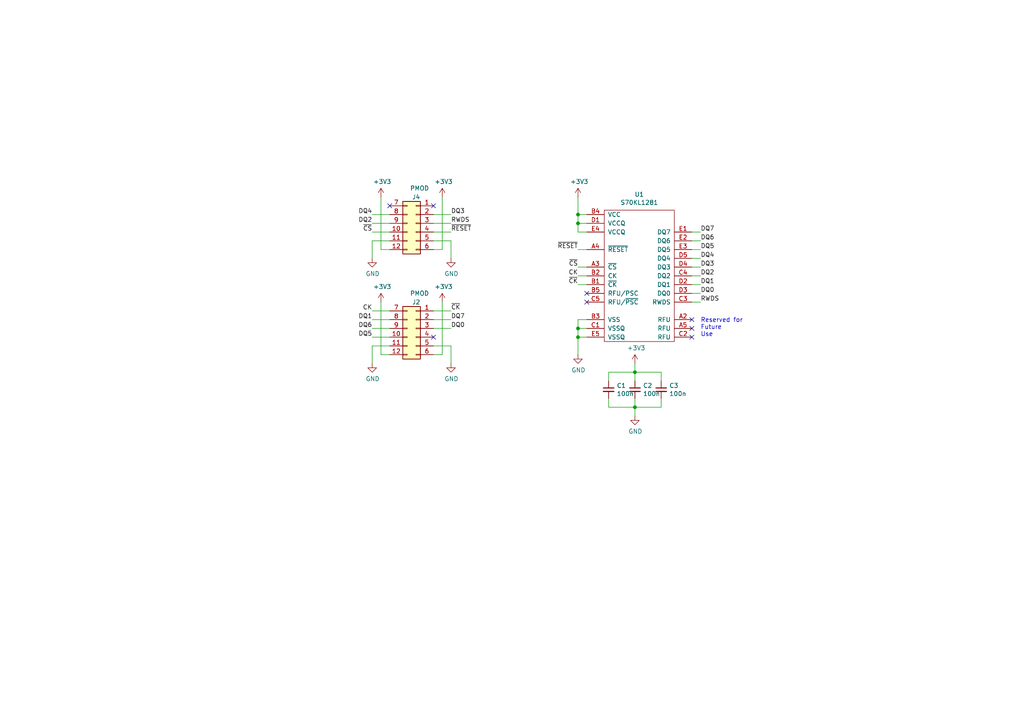
<source format=kicad_sch>
(kicad_sch (version 20230121) (generator eeschema)
  (paper "A4")
  (title_block (title "iCEBreaker PMOD - Hyperram") (rev "V1.0a") (company "1BitSquared") (comment 1 "2018 (C) 1BitSquared <info@1bitsquared.com>") (comment 2 "2018 (C) Piotr Esden-Tempski <piotr@esden.net>") (comment 3 "License: CC-BY-SA 4.0"))
  (lib_symbols
    (symbol "Connector_Generic:Conn_02x06_Top_Bottom" (pin_names (offset 1.016) hide)
      (property "Reference" "J" (at 1.27 7.62 0))
      (property "Value" "Conn_02x06_Top_Bottom" (at 1.27 -10.16 0))
      (symbol "Conn_02x06_Top_Bottom_1_1"
        (rectangle (start -1.27 -7.493) (end 0 -7.747) (stroke (width 0.1524)))
        (rectangle (start -1.27 -4.953) (end 0 -5.207) (stroke (width 0.1524)))
        (rectangle (start -1.27 -2.413) (end 0 -2.667) (stroke (width 0.1524)))
        (rectangle (start -1.27 0.127) (end 0 -0.127) (stroke (width 0.1524)))
        (rectangle (start -1.27 2.667) (end 0 2.413) (stroke (width 0.1524)))
        (rectangle (start -1.27 5.207) (end 0 4.953) (stroke (width 0.1524)))
        (rectangle (start -1.27 6.35) (end 3.81 -8.89) (stroke (width 0.254)) (fill (type background)))
        (rectangle (start 3.81 -7.493) (end 2.54 -7.747) (stroke (width 0.1524)))
        (rectangle (start 3.81 -4.953) (end 2.54 -5.207) (stroke (width 0.1524)))
        (rectangle (start 3.81 -2.413) (end 2.54 -2.667) (stroke (width 0.1524)))
        (rectangle (start 3.81 0.127) (end 2.54 -0.127) (stroke (width 0.1524)))
        (rectangle (start 3.81 2.667) (end 2.54 2.413) (stroke (width 0.1524)))
        (rectangle (start 3.81 5.207) (end 2.54 4.953) (stroke (width 0.1524)))
        (pin passive line (at -5.08 5.08 0) (length 3.81) (name "Pin_1") (number "1"))
        (pin passive line (at 7.62 -2.54 180) (length 3.81) (name "Pin_10") (number "10"))
        (pin passive line (at 7.62 -5.08 180) (length 3.81) (name "Pin_11") (number "11"))
        (pin passive line (at 7.62 -7.62 180) (length 3.81) (name "Pin_12") (number "12"))
        (pin passive line (at -5.08 2.54 0) (length 3.81) (name "Pin_2") (number "2"))
        (pin passive line (at -5.08 0 0) (length 3.81) (name "Pin_3") (number "3"))
        (pin passive line (at -5.08 -2.54 0) (length 3.81) (name "Pin_4") (number "4"))
        (pin passive line (at -5.08 -5.08 0) (length 3.81) (name "Pin_5") (number "5"))
        (pin passive line (at -5.08 -7.62 0) (length 3.81) (name "Pin_6") (number "6"))
        (pin passive line (at 7.62 5.08 180) (length 3.81) (name "Pin_7") (number "7"))
        (pin passive line (at 7.62 2.54 180) (length 3.81) (name "Pin_8") (number "8"))
        (pin passive line (at 7.62 0 180) (length 3.81) (name "Pin_9") (number "9"))
      )
    )
    (symbol "ibp-hyperram-rescue:S70KL1281-pkl_memory" (pin_names (offset 1.016))
      (property "Reference" "U" (at 0 20.32 0))
      (property "Value" "pkl_memory:S70KL1281" (at 0 -20.32 0))
      (symbol "S70KL1281-pkl_memory_0_1"
        (rectangle (start -10.16 19.05) (end 10.16 -19.05))
      )
      (symbol "S70KL1281-pkl_memory_1_1"
        (pin passive line (at 15.24 -12.7 180) (length 5.08) (name "RFU") (number "A2"))
        (pin input line (at -15.24 2.54 0) (length 5.08) (name "~{CS}") (number "A3"))
        (pin input line (at -15.24 7.62 0) (length 5.08) (name "~{RESET}") (number "A4"))
        (pin passive line (at 15.24 -15.24 180) (length 5.08) (name "RFU") (number "A5"))
        (pin input line (at -15.24 -2.54 0) (length 5.08) (name "~{CK}") (number "B1"))
        (pin input line (at -15.24 0 0) (length 5.08) (name "CK") (number "B2"))
        (pin power_in line (at -15.24 -12.7 0) (length 5.08) (name "VSS") (number "B3"))
        (pin power_in line (at -15.24 17.78 0) (length 5.08) (name "VCC") (number "B4"))
        (pin input line (at -15.24 -5.08 0) (length 5.08) (name "RFU/PSC") (number "B5"))
        (pin power_in line (at -15.24 -15.24 0) (length 5.08) (name "VSSQ") (number "C1"))
        (pin passive line (at 15.24 -17.78 180) (length 5.08) (name "RFU") (number "C2"))
        (pin bidirectional line (at 15.24 -7.62 180) (length 5.08) (name "RWDS") (number "C3"))
        (pin bidirectional line (at 15.24 0 180) (length 5.08) (name "DQ2") (number "C4"))
        (pin input line (at -15.24 -7.62 0) (length 5.08) (name "RFU/~{PSC}") (number "C5"))
        (pin power_in line (at -15.24 15.24 0) (length 5.08) (name "VCCQ") (number "D1"))
        (pin bidirectional line (at 15.24 -2.54 180) (length 5.08) (name "DQ1") (number "D2"))
        (pin bidirectional line (at 15.24 -5.08 180) (length 5.08) (name "DQ0") (number "D3"))
        (pin bidirectional line (at 15.24 2.54 180) (length 5.08) (name "DQ3") (number "D4"))
        (pin bidirectional line (at 15.24 5.08 180) (length 5.08) (name "DQ4") (number "D5"))
        (pin bidirectional line (at 15.24 12.7 180) (length 5.08) (name "DQ7") (number "E1"))
        (pin bidirectional line (at 15.24 10.16 180) (length 5.08) (name "DQ6") (number "E2"))
        (pin bidirectional line (at 15.24 7.62 180) (length 5.08) (name "DQ5") (number "E3"))
        (pin power_in line (at -15.24 12.7 0) (length 5.08) (name "VCCQ") (number "E4"))
        (pin power_in line (at -15.24 -17.78 0) (length 5.08) (name "VSSQ") (number "E5"))
      )
    )
    (symbol "ibp-hyperram-rescue:pkl_C_Small-pkl_device" (pin_numbers hide) (pin_names (offset 0.254) hide)
      (property "Reference" "C" (at 0.254 1.778 0))
      (property "Value" "pkl_device:pkl_C_Small" (at 0.254 -2.032 0))
      (symbol "pkl_C_Small-pkl_device_0_1"
        (polyline (pts (xy -1.524 -0.508) (xy 1.524 -0.508)) (stroke (width 0.3302)))
        (polyline (pts (xy -1.524 0.508) (xy 1.524 0.508)) (stroke (width 0.3048)))
      )
      (symbol "pkl_C_Small-pkl_device_1_1"
        (pin passive line (at 0 2.54 270) (length 1.905) (name "~") (number "1"))
        (pin passive line (at 0 -2.54 90) (length 2.032) (name "~") (number "2"))
      )
    )
    (symbol "power:+3V3" (power) (pin_names (offset 0))
      (property "Value" "+3V3" (at 0 3.556 0))
      (symbol "+3V3_0_1"
        (polyline (pts (xy -0.762 1.27) (xy 0 2.54)))
        (polyline (pts (xy 0 0) (xy 0 2.54)))
        (polyline (pts (xy 0 2.54) (xy 0.762 1.27)))
      )
      (symbol "+3V3_1_1"
        (pin power_in line (at 0 0 90) (length 0) hide (name "+3V3") (number "1"))
      )
    )
    (symbol "power:GND" (power) (pin_names (offset 0))
      (property "Value" "GND" (at 0 -3.81 0))
      (symbol "GND_0_1"
        (polyline (pts (xy 0 0) (xy 0 -1.27) (xy 1.27 -1.27) (xy 0 -2.54) (xy -1.27 -1.27) (xy 0 -1.27)))
      )
      (symbol "GND_1_1"
        (pin power_in line (at 0 0 270) (length 0) hide (name "GND") (number "1"))
      )
    )
  )
  (junction (at 167.64 62.23))
  (junction (at 184.15 107.95))
  (junction (at 167.64 95.25))
  (junction (at 167.64 97.79))
  (junction (at 167.64 64.77))
  (junction (at 184.15 118.11))
  (no_connect (at 125.73 59.69))
  (no_connect (at 113.03 59.69))
  (no_connect (at 170.18 85.09))
  (no_connect (at 200.66 92.71))
  (no_connect (at 200.66 97.79))
  (no_connect (at 200.66 95.25))
  (no_connect (at 170.18 87.63))
  (no_connect (at 125.73 97.79))
  (wire (pts (xy 125.73 100.33) (xy 130.81 100.33)))
  (wire (pts (xy 184.15 107.95) (xy 191.77 107.95)))
  (wire (pts (xy 200.66 87.63) (xy 203.2 87.63)))
  (wire (pts (xy 110.49 72.39) (xy 110.49 57.15)))
  (wire (pts (xy 191.77 118.11) (xy 191.77 115.57)))
  (wire (pts (xy 170.18 97.79) (xy 167.64 97.79)))
  (wire (pts (xy 113.03 62.23) (xy 107.95 62.23)))
  (wire (pts (xy 200.66 67.31) (xy 203.2 67.31)))
  (wire (pts (xy 167.64 92.71) (xy 167.64 95.25)))
  (wire (pts (xy 113.03 90.17) (xy 107.95 90.17)))
  (wire (pts (xy 184.15 115.57) (xy 184.15 118.11)))
  (wire (pts (xy 170.18 77.47) (xy 167.64 77.47)))
  (wire (pts (xy 107.95 100.33) (xy 107.95 105.41)))
  (wire (pts (xy 125.73 67.31) (xy 130.81 67.31)))
  (wire (pts (xy 130.81 69.85) (xy 130.81 74.93)))
  (wire (pts (xy 200.66 69.85) (xy 203.2 69.85)))
  (wire (pts (xy 113.03 69.85) (xy 107.95 69.85)))
  (wire (pts (xy 170.18 62.23) (xy 167.64 62.23)))
  (wire (pts (xy 113.03 95.25) (xy 107.95 95.25)))
  (wire (pts (xy 167.64 95.25) (xy 167.64 97.79)))
  (wire (pts (xy 200.66 72.39) (xy 203.2 72.39)))
  (wire (pts (xy 113.03 100.33) (xy 107.95 100.33)))
  (wire (pts (xy 167.64 97.79) (xy 167.64 102.87)))
  (wire (pts (xy 200.66 77.47) (xy 203.2 77.47)))
  (wire (pts (xy 128.27 102.87) (xy 128.27 87.63)))
  (wire (pts (xy 170.18 67.31) (xy 167.64 67.31)))
  (wire (pts (xy 113.03 102.87) (xy 110.49 102.87)))
  (wire (pts (xy 170.18 72.39) (xy 167.64 72.39)))
  (wire (pts (xy 113.03 64.77) (xy 107.95 64.77)))
  (wire (pts (xy 176.53 115.57) (xy 176.53 118.11)))
  (wire (pts (xy 113.03 97.79) (xy 107.95 97.79)))
  (wire (pts (xy 176.53 107.95) (xy 184.15 107.95)))
  (wire (pts (xy 170.18 64.77) (xy 167.64 64.77)))
  (wire (pts (xy 184.15 118.11) (xy 184.15 120.65)))
  (wire (pts (xy 176.53 110.49) (xy 176.53 107.95)))
  (wire (pts (xy 200.66 74.93) (xy 203.2 74.93)))
  (wire (pts (xy 200.66 82.55) (xy 203.2 82.55)))
  (wire (pts (xy 110.49 102.87) (xy 110.49 87.63)))
  (wire (pts (xy 125.73 95.25) (xy 130.81 95.25)))
  (wire (pts (xy 184.15 118.11) (xy 191.77 118.11)))
  (wire (pts (xy 125.73 90.17) (xy 130.81 90.17)))
  (wire (pts (xy 125.73 69.85) (xy 130.81 69.85)))
  (wire (pts (xy 200.66 80.01) (xy 203.2 80.01)))
  (wire (pts (xy 113.03 92.71) (xy 107.95 92.71)))
  (wire (pts (xy 125.73 64.77) (xy 130.81 64.77)))
  (wire (pts (xy 128.27 72.39) (xy 128.27 57.15)))
  (wire (pts (xy 170.18 92.71) (xy 167.64 92.71)))
  (wire (pts (xy 113.03 67.31) (xy 107.95 67.31)))
  (wire (pts (xy 167.64 67.31) (xy 167.64 64.77)))
  (wire (pts (xy 170.18 82.55) (xy 167.64 82.55)))
  (wire (pts (xy 176.53 118.11) (xy 184.15 118.11)))
  (wire (pts (xy 125.73 102.87) (xy 128.27 102.87)))
  (wire (pts (xy 170.18 95.25) (xy 167.64 95.25)))
  (wire (pts (xy 200.66 85.09) (xy 203.2 85.09)))
  (wire (pts (xy 170.18 80.01) (xy 167.64 80.01)))
  (wire (pts (xy 167.64 62.23) (xy 167.64 57.15)))
  (wire (pts (xy 167.64 64.77) (xy 167.64 62.23)))
  (wire (pts (xy 125.73 72.39) (xy 128.27 72.39)))
  (wire (pts (xy 125.73 62.23) (xy 130.81 62.23)))
  (wire (pts (xy 125.73 92.71) (xy 130.81 92.71)))
  (wire (pts (xy 191.77 107.95) (xy 191.77 110.49)))
  (wire (pts (xy 113.03 72.39) (xy 110.49 72.39)))
  (wire (pts (xy 184.15 110.49) (xy 184.15 107.95)))
  (wire (pts (xy 130.81 100.33) (xy 130.81 105.41)))
  (wire (pts (xy 107.95 69.85) (xy 107.95 74.93)))
  (wire (pts (xy 184.15 107.95) (xy 184.15 105.41)))
  (text "Reserved for\nFuture\nUse" (at 203.2 97.79 0) (effects (font (size 1.27 1.27)) (justify left bottom)))
  (label "DQ6" (at 203.2 69.85 0))
  (label "CK" (at 167.64 80.01 180))
  (label "DQ0" (at 130.81 95.25 0))
  (label "DQ4" (at 203.2 74.93 0))
  (label "RWDS" (at 203.2 87.63 0))
  (label "DQ1" (at 107.95 92.71 180))
  (label "DQ4" (at 107.95 62.23 180))
  (label "~{CK}" (at 167.64 82.55 180))
  (label "RWDS" (at 130.81 64.77 0))
  (label "DQ2" (at 203.2 80.01 0))
  (label "~{RESET}" (at 167.64 72.39 180))
  (label "~{CK}" (at 130.81 90.17 0))
  (label "~{CS}" (at 107.95 67.31 180))
  (label "DQ5" (at 107.95 97.79 180))
  (label "DQ7" (at 203.2 67.31 0))
  (label "DQ6" (at 107.95 95.25 180))
  (label "~{RESET}" (at 130.81 67.31 0))
  (label "DQ7" (at 130.81 92.71 0))
  (label "DQ0" (at 203.2 85.09 0))
  (label "DQ5" (at 203.2 72.39 0))
  (label "DQ1" (at 203.2 82.55 0))
  (label "CK" (at 107.95 90.17 180))
  (label "DQ3" (at 203.2 77.47 0))
  (label "DQ3" (at 130.81 62.23 0))
  (label "DQ2" (at 107.95 64.77 180))
  (label "~{CS}" (at 167.64 77.47 180))
  (symbol (lib_id "power:GND") (at 130.81 74.93 0) (unit 1)
    (property "Reference" "#PWR0104" (effects hide))
    (property "Value" "GND" (at 130.937 79.4004 0))
  )
  (symbol (lib_id "Connector_Generic:Conn_02x06_Top_Bottom") (at 120.65 95.25 0) (mirror y) (unit 1)
    (property "Reference" "J2" (at 121.92 87.63 0) (effects (justify left)))
    (property "Value" "PMOD" (at 124.46 85.09 0) (effects (justify left)))
    (property "Footprint" "pkl_connectors:PMODHeader_2x06_P2.54mm_Horizontal" (effects hide))
    (property "Source" "ANY" (effects hide))
  )
  (symbol (lib_id "power:GND") (at 130.81 105.41 0) (unit 1)
    (property "Reference" "#PWR0105" (effects hide))
    (property "Value" "GND" (at 130.937 109.8804 0))
  )
  (symbol (lib_id "power:GND") (at 107.95 105.41 0) (unit 1)
    (property "Reference" "#PWR0106" (effects hide))
    (property "Value" "GND" (at 108.077 109.8804 0))
  )
  (symbol (lib_id "Connector_Generic:Conn_02x06_Top_Bottom") (at 120.65 64.77 0) (mirror y) (unit 1)
    (property "Reference" "J4" (at 121.92 57.15 0) (effects (justify left)))
    (property "Value" "PMOD" (at 124.46 54.61 0) (effects (justify left)))
    (property "Footprint" "pkl_connectors:PMODHeader_2x06_P2.54mm_Horizontal" (effects hide))
    (property "Source" "ANY" (effects hide))
  )
  (symbol (lib_id "power:GND") (at 107.95 74.93 0) (unit 1)
    (property "Reference" "#PWR0103" (effects hide))
    (property "Value" "GND" (at 108.077 79.4004 0))
  )
  (symbol (lib_id "ibp-hyperram-rescue:S70KL1281-pkl_memory") (at 185.42 80.01 0) (unit 1)
    (property "Reference" "U1" (at 185.42 56.388 0))
    (property "Value" "S70KL1281" (at 185.42 58.7502 0))
    (property "Footprint" "pkl_housings_bga:BGA-24_5x5_6.0x8.0mm" (effects hide))
    (property "Datasheet" "http://www.cypress.com/file/183506/download" (effects hide))
    (property "Source" "ANY" (effects hide))
  )
  (symbol (lib_id "power:+3V3") (at 128.27 57.15 0) (unit 1)
    (property "Reference" "#PWR0101" (effects hide))
    (property "Value" "+3V3" (at 128.651 52.6796 0))
  )
  (symbol (lib_id "power:+3V3") (at 110.49 57.15 0) (unit 1)
    (property "Reference" "#PWR0102" (effects hide))
    (property "Value" "+3V3" (at 110.871 52.6796 0))
  )
  (symbol (lib_id "power:+3V3") (at 110.49 87.63 0) (unit 1)
    (property "Reference" "#PWR0107" (effects hide))
    (property "Value" "+3V3" (at 110.871 83.1596 0))
  )
  (symbol (lib_id "power:+3V3") (at 128.27 87.63 0) (unit 1)
    (property "Reference" "#PWR0108" (effects hide))
    (property "Value" "+3V3" (at 128.651 83.1596 0))
  )
  (symbol (lib_id "power:+3V3") (at 167.64 57.15 0) (unit 1)
    (property "Reference" "#PWR0109" (effects hide))
    (property "Value" "+3V3" (at 168.021 52.6796 0))
  )
  (symbol (lib_id "power:GND") (at 167.64 102.87 0) (unit 1)
    (property "Reference" "#PWR0110" (effects hide))
    (property "Value" "GND" (at 167.767 107.3404 0))
  )
  (symbol (lib_id "ibp-hyperram-rescue:pkl_C_Small-pkl_device") (at 176.53 113.03 0) (unit 1)
    (property "Reference" "C1" (at 178.8668 111.8362 0) (effects (justify left)))
    (property "Value" "100n" (at 178.8668 114.1984 0) (effects (justify left)))
    (property "Footprint" "pkl_dipol:C_0402" (effects hide))
    (property "Source" "ANY" (effects hide))
  )
  (symbol (lib_id "ibp-hyperram-rescue:pkl_C_Small-pkl_device") (at 184.15 113.03 0) (unit 1)
    (property "Reference" "C2" (at 186.4868 111.8362 0) (effects (justify left)))
    (property "Value" "100n" (at 186.4868 114.1984 0) (effects (justify left)))
    (property "Footprint" "pkl_dipol:C_0402" (effects hide))
    (property "Source" "ANY" (effects hide))
  )
  (symbol (lib_id "ibp-hyperram-rescue:pkl_C_Small-pkl_device") (at 191.77 113.03 0) (unit 1)
    (property "Reference" "C3" (at 194.1068 111.8362 0) (effects (justify left)))
    (property "Value" "100n" (at 194.1068 114.1984 0) (effects (justify left)))
    (property "Footprint" "pkl_dipol:C_0402" (effects hide))
    (property "Source" "ANY" (effects hide))
  )
  (symbol (lib_id "power:GND") (at 184.15 120.65 0) (unit 1)
    (property "Reference" "#PWR0111" (effects hide))
    (property "Value" "GND" (at 184.277 125.1204 0))
  )
  (symbol (lib_id "power:+3V3") (at 184.15 105.41 0) (unit 1)
    (property "Reference" "#PWR0112" (effects hide))
    (property "Value" "+3V3" (at 184.531 100.9396 0))
  )
)
</source>
